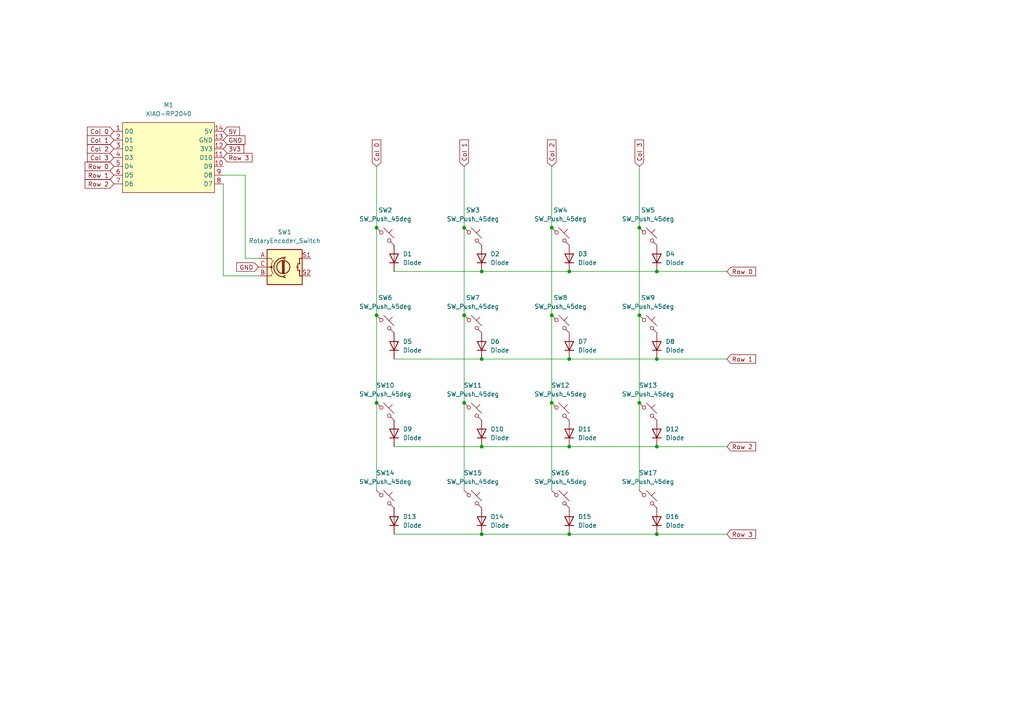
<source format=kicad_sch>
(kicad_sch (version 20231120) (generator "eeschema") (generator_version "8.0")
  (paper "A4")
  (lib_symbols
    (symbol "Device:RotaryEncoder_Switch" (pin_names (offset 0.254) hide)
      (property "Reference" "SW" (at 0 6.604 0))
      (property "Value" "RotaryEncoder_Switch" (at 0 -6.604 0))
      (symbol "RotaryEncoder_Switch_0_1"
        (rectangle (start -5.08 5.08) (end 5.08 -5.08) (stroke (width 0.254)) (fill (type background)))
        (circle (center -3.81 0) (radius 0.254) (fill (type outline)))
        (circle (center -0.381 0) (radius 1.905) (stroke (width 0.254)))
        (arc (start -0.381 2.667) (mid -3.0988 -0.0635) (end -0.381 -2.794) (stroke (width 0.254)))
        (polyline (pts (xy -0.635 -1.778) (xy -0.635 1.778)) (stroke (width 0.254)))
        (polyline (pts (xy -0.381 -1.778) (xy -0.381 1.778)) (stroke (width 0.254)))
        (polyline (pts (xy -0.127 1.778) (xy -0.127 -1.778)) (stroke (width 0.254)))
        (polyline (pts (xy 3.81 0) (xy 3.429 0)) (stroke (width 0.254)))
        (polyline (pts (xy 3.81 1.016) (xy 3.81 -1.016)) (stroke (width 0.254)))
        (polyline (pts (xy -5.08 -2.54) (xy -3.81 -2.54) (xy -3.81 -2.032)))
        (polyline (pts (xy -5.08 2.54) (xy -3.81 2.54) (xy -3.81 2.032)))
        (polyline (pts (xy 0.254 -3.048) (xy -0.508 -2.794) (xy 0.127 -2.413)) (stroke (width 0.254)))
        (polyline (pts (xy 0.254 2.921) (xy -0.508 2.667) (xy 0.127 2.286)) (stroke (width 0.254)))
        (polyline (pts (xy 5.08 -2.54) (xy 4.318 -2.54) (xy 4.318 -1.016)) (stroke (width 0.254)))
        (polyline (pts (xy 5.08 2.54) (xy 4.318 2.54) (xy 4.318 1.016)) (stroke (width 0.254)))
        (polyline (pts (xy -5.08 0) (xy -3.81 0) (xy -3.81 -1.016) (xy -3.302 -2.032)))
        (polyline (pts (xy -4.318 0) (xy -3.81 0) (xy -3.81 1.016) (xy -3.302 2.032)))
        (circle (center 4.318 -1.016) (radius 0.127) (stroke (width 0.254)))
        (circle (center 4.318 1.016) (radius 0.127) (stroke (width 0.254)))
      )
      (symbol "RotaryEncoder_Switch_1_1"
        (pin passive line (at -7.62 2.54 0) (length 2.54) (name "A") (number "A"))
        (pin passive line (at -7.62 -2.54 0) (length 2.54) (name "B") (number "B"))
        (pin passive line (at -7.62 0 0) (length 2.54) (name "C") (number "C"))
        (pin passive line (at 7.62 2.54 180) (length 2.54) (name "S1") (number "S1"))
        (pin passive line (at 7.62 -2.54 180) (length 2.54) (name "S2") (number "S2"))
      )
    )
    (symbol "ScottoKeebs:Placeholder_Diode" (pin_numbers hide) (pin_names hide)
      (property "Reference" "D" (at 0 2.54 0))
      (property "Value" "Diode" (at 0 -2.54 0))
      (symbol "Placeholder_Diode_0_1"
        (polyline (pts (xy -1.27 1.27) (xy -1.27 -1.27)) (stroke (width 0.254)))
        (polyline (pts (xy 1.27 0) (xy -1.27 0)))
        (polyline (pts (xy 1.27 1.27) (xy 1.27 -1.27) (xy -1.27 0) (xy 1.27 1.27)) (stroke (width 0.254)))
      )
      (symbol "Placeholder_Diode_1_1"
        (pin passive line (at -3.81 0 0) (length 2.54) (name "K") (number "1"))
        (pin passive line (at 3.81 0 180) (length 2.54) (name "A") (number "2"))
      )
    )
    (symbol "Switch:SW_Push_45deg" (pin_numbers hide) (pin_names (offset 1.016) hide)
      (property "Reference" "SW" (at 3.048 1.016 0))
      (property "Value" "SW_Push_45deg" (at 0 -3.81 0))
      (symbol "SW_Push_45deg_0_1"
        (circle (center -1.1684 1.1684) (radius 0.508))
        (polyline (pts (xy -0.508 2.54) (xy 2.54 -0.508)))
        (polyline (pts (xy 1.016 1.016) (xy 2.032 2.032)))
        (polyline (pts (xy -2.54 2.54) (xy -1.524 1.524) (xy -1.524 1.524)))
        (polyline (pts (xy 1.524 -1.524) (xy 2.54 -2.54) (xy 2.54 -2.54) (xy 2.54 -2.54)))
        (circle (center 1.143 -1.1938) (radius 0.508))
        (pin passive line (at -2.54 2.54 0) (length 0) (name "1") (number "1"))
        (pin passive line (at 2.54 -2.54 180) (length 0) (name "2") (number "2"))
      )
    )
    (symbol "xiao-rp2040:XIAO-RP2040"
      (property "Reference" "M" (at 0 0 0))
      (property "Value" "XIAO-RP2040" (at 0 2.54 0))
      (symbol "XIAO-RP2040_0_1"
        (rectangle (start -12.7 10.16) (end 13.97 -10.16) (fill (type background)))
      )
      (symbol "XIAO-RP2040_1_1"
        (pin bidirectional line (at -15.24 7.62 0) (length 2.54) (name "D0") (number "1"))
        (pin bidirectional line (at 16.51 -2.54 180) (length 2.54) (name "D9") (number "10"))
        (pin bidirectional line (at 16.51 0 180) (length 2.54) (name "D10") (number "11"))
        (pin power_in line (at 16.51 2.54 180) (length 2.54) (name "3V3") (number "12"))
        (pin power_in line (at 16.51 5.08 180) (length 2.54) (name "GND") (number "13"))
        (pin power_in line (at 16.51 7.62 180) (length 2.54) (name "5V") (number "14"))
        (pin bidirectional line (at -15.24 5.08 0) (length 2.54) (name "D1") (number "2"))
        (pin bidirectional line (at -15.24 2.54 0) (length 2.54) (name "D2") (number "3"))
        (pin bidirectional line (at -15.24 0 0) (length 2.54) (name "D3") (number "4"))
        (pin bidirectional line (at -15.24 -2.54 0) (length 2.54) (name "D4") (number "5"))
        (pin bidirectional line (at -15.24 -5.08 0) (length 2.54) (name "D5") (number "6"))
        (pin bidirectional line (at -15.24 -7.62 0) (length 2.54) (name "D6") (number "7"))
        (pin bidirectional line (at 16.51 -7.62 180) (length 2.54) (name "D7") (number "8"))
        (pin bidirectional line (at 16.51 -5.08 180) (length 2.54) (name "D8") (number "9"))
      )
    )
  )
  (junction (at 165.1 154.94))
  (junction (at 185.42 66.04))
  (junction (at 134.62 66.04))
  (junction (at 109.22 66.04))
  (junction (at 185.42 116.84))
  (junction (at 134.62 91.44))
  (junction (at 109.22 91.44))
  (junction (at 139.7 104.14))
  (junction (at 139.7 154.94))
  (junction (at 160.02 91.44))
  (junction (at 190.5 104.14))
  (junction (at 165.1 78.74))
  (junction (at 190.5 154.94))
  (junction (at 165.1 104.14))
  (junction (at 139.7 78.74))
  (junction (at 190.5 78.74))
  (junction (at 134.62 116.84))
  (junction (at 185.42 91.44))
  (junction (at 190.5 129.54))
  (junction (at 165.1 129.54))
  (junction (at 139.7 129.54))
  (junction (at 160.02 116.84))
  (junction (at 160.02 66.04))
  (junction (at 109.22 116.84))
  (wire (pts (xy 165.1 104.14) (xy 190.5 104.14)))
  (wire (pts (xy 185.42 48.26) (xy 185.42 66.04)))
  (wire (pts (xy 139.7 104.14) (xy 165.1 104.14)))
  (wire (pts (xy 165.1 129.54) (xy 190.5 129.54)))
  (wire (pts (xy 134.62 91.44) (xy 134.62 116.84)))
  (wire (pts (xy 210.82 129.54) (xy 190.5 129.54)))
  (wire (pts (xy 139.7 129.54) (xy 165.1 129.54)))
  (wire (pts (xy 165.1 78.74) (xy 190.5 78.74)))
  (wire (pts (xy 109.22 66.04) (xy 109.22 91.44)))
  (wire (pts (xy 160.02 91.44) (xy 160.02 116.84)))
  (wire (pts (xy 165.1 154.94) (xy 190.5 154.94)))
  (wire (pts (xy 134.62 116.84) (xy 134.62 142.24)))
  (wire (pts (xy 160.02 48.26) (xy 160.02 66.04)))
  (wire (pts (xy 185.42 91.44) (xy 185.42 116.84)))
  (wire (pts (xy 114.3 104.14) (xy 139.7 104.14)))
  (wire (pts (xy 160.02 116.84) (xy 160.02 142.24)))
  (wire (pts (xy 114.3 129.54) (xy 139.7 129.54)))
  (wire (pts (xy 210.82 78.74) (xy 190.5 78.74)))
  (wire (pts (xy 64.77 80.01) (xy 74.93 80.01)))
  (wire (pts (xy 139.7 78.74) (xy 165.1 78.74)))
  (wire (pts (xy 64.77 53.34) (xy 64.77 80.01)))
  (wire (pts (xy 64.77 50.8) (xy 71.12 50.8)))
  (wire (pts (xy 210.82 154.94) (xy 190.5 154.94)))
  (wire (pts (xy 134.62 48.26) (xy 134.62 66.04)))
  (wire (pts (xy 109.22 48.26) (xy 109.22 66.04)))
  (wire (pts (xy 134.62 66.04) (xy 134.62 91.44)))
  (wire (pts (xy 139.7 154.94) (xy 165.1 154.94)))
  (wire (pts (xy 71.12 74.93) (xy 74.93 74.93)))
  (wire (pts (xy 114.3 154.94) (xy 139.7 154.94)))
  (wire (pts (xy 109.22 91.44) (xy 109.22 116.84)))
  (wire (pts (xy 109.22 116.84) (xy 109.22 142.24)))
  (wire (pts (xy 71.12 50.8) (xy 71.12 74.93)))
  (wire (pts (xy 160.02 66.04) (xy 160.02 91.44)))
  (wire (pts (xy 185.42 66.04) (xy 185.42 91.44)))
  (wire (pts (xy 210.82 104.14) (xy 190.5 104.14)))
  (wire (pts (xy 114.3 78.74) (xy 139.7 78.74)))
  (wire (pts (xy 185.42 116.84) (xy 185.42 142.24)))
  (global_label "3V3" (shape input) (at 64.77 43.18 0) (property "Intersheetrefs" "${INTERSHEET_REFS}" (effects (hide yes))))
  (global_label "Row 0" (shape input) (at 210.82 78.74 0) (property "Intersheetrefs" "${INTERSHEET_REFS}" (effects (hide yes))))
  (global_label "5V" (shape input) (at 64.77 38.1 0) (property "Intersheetrefs" "${INTERSHEET_REFS}" (effects (hide yes))))
  (global_label "Row 1" (shape input) (at 210.82 104.14 0) (property "Intersheetrefs" "${INTERSHEET_REFS}" (effects (hide yes))))
  (global_label "Row 2" (shape input) (at 210.82 129.54 0) (property "Intersheetrefs" "${INTERSHEET_REFS}" (effects (hide yes))))
  (global_label "Row 3" (shape input) (at 64.77 45.72 0) (property "Intersheetrefs" "${INTERSHEET_REFS}" (effects (hide yes))))
  (global_label "GND" (shape input) (at 74.93 77.47 180) (property "Intersheetrefs" "${INTERSHEET_REFS}" (effects (hide yes))))
  (global_label "Col 0" (shape input) (at 109.22 48.26 90) (property "Intersheetrefs" "${INTERSHEET_REFS}" (effects (hide yes))))
  (global_label "Col 1" (shape input) (at 134.62 48.26 90) (property "Intersheetrefs" "${INTERSHEET_REFS}" (effects (hide yes))))
  (global_label "GND" (shape input) (at 64.77 40.64 0) (property "Intersheetrefs" "${INTERSHEET_REFS}" (effects (hide yes))))
  (global_label "Col 1" (shape input) (at 33.02 40.64 180) (property "Intersheetrefs" "${INTERSHEET_REFS}" (effects (hide yes))))
  (global_label "Col 2" (shape input) (at 160.02 48.26 90) (property "Intersheetrefs" "${INTERSHEET_REFS}" (effects (hide yes))))
  (global_label "Row 3" (shape input) (at 210.82 154.94 0) (property "Intersheetrefs" "${INTERSHEET_REFS}" (effects (hide yes))))
  (global_label "Col 3" (shape input) (at 185.42 48.26 90) (property "Intersheetrefs" "${INTERSHEET_REFS}" (effects (hide yes))))
  (global_label "Row 2" (shape input) (at 33.02 53.34 180) (property "Intersheetrefs" "${INTERSHEET_REFS}" (effects (hide yes))))
  (global_label "Col 3" (shape input) (at 33.02 45.72 180) (property "Intersheetrefs" "${INTERSHEET_REFS}" (effects (hide yes))))
  (global_label "Col 2" (shape input) (at 33.02 43.18 180) (property "Intersheetrefs" "${INTERSHEET_REFS}" (effects (hide yes))))
  (global_label "Row 0" (shape input) (at 33.02 48.26 180) (property "Intersheetrefs" "${INTERSHEET_REFS}" (effects (hide yes))))
  (global_label "Col 0" (shape input) (at 33.02 38.1 180) (property "Intersheetrefs" "${INTERSHEET_REFS}" (effects (hide yes))))
  (global_label "Row 1" (shape input) (at 33.02 50.8 180) (property "Intersheetrefs" "${INTERSHEET_REFS}" (effects (hide yes))))
  (symbol (lib_id "Switch:SW_Push_45deg") (at 187.96 119.38 0) (unit 1)
    (property "Reference" "SW13" (at 187.96 111.76 0))
    (property "Value" "SW_Push_45deg" (at 187.96 114.3 0))
    (property "Footprint" "ScottoKeebs_MX:MX_PCB_1.00u" (effects (hide yes)))
    (property "Description" "Push button switch, normally open, two pins, 45° tilted" (effects (hide yes)))
  )
  (symbol (lib_id "xiao-rp2040:XIAO-RP2040") (at 48.26 45.72 0) (unit 1)
    (property "Reference" "M1" (at 48.895 30.48 0))
    (property "Value" "XIAO-RP2040" (at 48.895 33.02 0))
    (property "Footprint" "ScottoKeebs_MCU:Seeed_XIAO_RP2040" (effects (hide yes)))
  )
  (symbol (lib_id "ScottoKeebs:Placeholder_Diode") (at 190.5 100.33 90) (unit 1)
    (property "Reference" "D8" (at 193.04 99.0599 90) (effects (justify right)))
    (property "Value" "Diode" (at 193.04 101.5999 90) (effects (justify right)))
    (property "Footprint" "Diode_THT:D_DO-35_SOD27_P7.62mm_Horizontal" (effects (hide yes)))
    (property "Description" "1N4148 (DO-35) or 1N4148W (SOD-123)" (effects (hide yes)))
    (property "Sim.Device" "D" (effects (hide yes)))
    (property "Sim.Pins" "1=K 2=A" (effects (hide yes)))
  )
  (symbol (lib_id "ScottoKeebs:Placeholder_Diode") (at 165.1 151.13 90) (unit 1)
    (property "Reference" "D15" (at 167.64 149.8599 90) (effects (justify right)))
    (property "Value" "Diode" (at 167.64 152.3999 90) (effects (justify right)))
    (property "Footprint" "Diode_THT:D_DO-35_SOD27_P7.62mm_Horizontal" (effects (hide yes)))
    (property "Description" "1N4148 (DO-35) or 1N4148W (SOD-123)" (effects (hide yes)))
    (property "Sim.Device" "D" (effects (hide yes)))
    (property "Sim.Pins" "1=K 2=A" (effects (hide yes)))
  )
  (symbol (lib_id "Switch:SW_Push_45deg") (at 187.96 68.58 0) (unit 1)
    (property "Reference" "SW5" (at 187.96 60.96 0))
    (property "Value" "SW_Push_45deg" (at 187.96 63.5 0))
    (property "Footprint" "ScottoKeebs_MX:MX_PCB_1.00u" (effects (hide yes)))
    (property "Description" "Push button switch, normally open, two pins, 45° tilted" (effects (hide yes)))
  )
  (symbol (lib_id "Switch:SW_Push_45deg") (at 111.76 144.78 0) (unit 1)
    (property "Reference" "SW14" (at 111.76 137.16 0))
    (property "Value" "SW_Push_45deg" (at 111.76 139.7 0))
    (property "Footprint" "ScottoKeebs_MX:MX_PCB_1.00u" (effects (hide yes)))
    (property "Description" "Push button switch, normally open, two pins, 45° tilted" (effects (hide yes)))
  )
  (symbol (lib_id "Switch:SW_Push_45deg") (at 137.16 144.78 0) (unit 1)
    (property "Reference" "SW15" (at 137.16 137.16 0))
    (property "Value" "SW_Push_45deg" (at 137.16 139.7 0))
    (property "Footprint" "ScottoKeebs_MX:MX_PCB_1.00u" (effects (hide yes)))
    (property "Description" "Push button switch, normally open, two pins, 45° tilted" (effects (hide yes)))
  )
  (symbol (lib_id "ScottoKeebs:Placeholder_Diode") (at 190.5 125.73 90) (unit 1)
    (property "Reference" "D12" (at 193.04 124.4599 90) (effects (justify right)))
    (property "Value" "Diode" (at 193.04 126.9999 90) (effects (justify right)))
    (property "Footprint" "Diode_THT:D_DO-35_SOD27_P7.62mm_Horizontal" (effects (hide yes)))
    (property "Description" "1N4148 (DO-35) or 1N4148W (SOD-123)" (effects (hide yes)))
    (property "Sim.Device" "D" (effects (hide yes)))
    (property "Sim.Pins" "1=K 2=A" (effects (hide yes)))
  )
  (symbol (lib_id "Switch:SW_Push_45deg") (at 111.76 68.58 0) (unit 1)
    (property "Reference" "SW2" (at 111.76 60.96 0))
    (property "Value" "SW_Push_45deg" (at 111.76 63.5 0))
    (property "Footprint" "ScottoKeebs_MX:MX_PCB_1.00u" (effects (hide yes)))
    (property "Description" "Push button switch, normally open, two pins, 45° tilted" (effects (hide yes)))
  )
  (symbol (lib_id "Switch:SW_Push_45deg") (at 162.56 144.78 0) (unit 1)
    (property "Reference" "SW16" (at 162.56 137.16 0))
    (property "Value" "SW_Push_45deg" (at 162.56 139.7 0))
    (property "Footprint" "ScottoKeebs_MX:MX_PCB_1.00u" (effects (hide yes)))
    (property "Description" "Push button switch, normally open, two pins, 45° tilted" (effects (hide yes)))
  )
  (symbol (lib_id "ScottoKeebs:Placeholder_Diode") (at 165.1 125.73 90) (unit 1)
    (property "Reference" "D11" (at 167.64 124.4599 90) (effects (justify right)))
    (property "Value" "Diode" (at 167.64 126.9999 90) (effects (justify right)))
    (property "Footprint" "Diode_THT:D_DO-35_SOD27_P7.62mm_Horizontal" (effects (hide yes)))
    (property "Description" "1N4148 (DO-35) or 1N4148W (SOD-123)" (effects (hide yes)))
    (property "Sim.Device" "D" (effects (hide yes)))
    (property "Sim.Pins" "1=K 2=A" (effects (hide yes)))
  )
  (symbol (lib_id "ScottoKeebs:Placeholder_Diode") (at 165.1 100.33 90) (unit 1)
    (property "Reference" "D7" (at 167.64 99.0599 90) (effects (justify right)))
    (property "Value" "Diode" (at 167.64 101.5999 90) (effects (justify right)))
    (property "Footprint" "Diode_THT:D_DO-35_SOD27_P7.62mm_Horizontal" (effects (hide yes)))
    (property "Description" "1N4148 (DO-35) or 1N4148W (SOD-123)" (effects (hide yes)))
    (property "Sim.Device" "D" (effects (hide yes)))
    (property "Sim.Pins" "1=K 2=A" (effects (hide yes)))
  )
  (symbol (lib_id "ScottoKeebs:Placeholder_Diode") (at 165.1 74.93 90) (unit 1)
    (property "Reference" "D3" (at 167.64 73.6599 90) (effects (justify right)))
    (property "Value" "Diode" (at 167.64 76.1999 90) (effects (justify right)))
    (property "Footprint" "Diode_THT:D_DO-35_SOD27_P7.62mm_Horizontal" (effects (hide yes)))
    (property "Description" "1N4148 (DO-35) or 1N4148W (SOD-123)" (effects (hide yes)))
    (property "Sim.Device" "D" (effects (hide yes)))
    (property "Sim.Pins" "1=K 2=A" (effects (hide yes)))
  )
  (symbol (lib_id "ScottoKeebs:Placeholder_Diode") (at 139.7 100.33 90) (unit 1)
    (property "Reference" "D6" (at 142.24 99.0599 90) (effects (justify right)))
    (property "Value" "Diode" (at 142.24 101.5999 90) (effects (justify right)))
    (property "Footprint" "Diode_THT:D_DO-35_SOD27_P7.62mm_Horizontal" (effects (hide yes)))
    (property "Description" "1N4148 (DO-35) or 1N4148W (SOD-123)" (effects (hide yes)))
    (property "Sim.Device" "D" (effects (hide yes)))
    (property "Sim.Pins" "1=K 2=A" (effects (hide yes)))
  )
  (symbol (lib_id "ScottoKeebs:Placeholder_Diode") (at 190.5 74.93 90) (unit 1)
    (property "Reference" "D4" (at 193.04 73.6599 90) (effects (justify right)))
    (property "Value" "Diode" (at 193.04 76.1999 90) (effects (justify right)))
    (property "Footprint" "Diode_THT:D_DO-35_SOD27_P7.62mm_Horizontal" (effects (hide yes)))
    (property "Description" "1N4148 (DO-35) or 1N4148W (SOD-123)" (effects (hide yes)))
    (property "Sim.Device" "D" (effects (hide yes)))
    (property "Sim.Pins" "1=K 2=A" (effects (hide yes)))
  )
  (symbol (lib_id "ScottoKeebs:Placeholder_Diode") (at 190.5 151.13 90) (unit 1)
    (property "Reference" "D16" (at 193.04 149.8599 90) (effects (justify right)))
    (property "Value" "Diode" (at 193.04 152.3999 90) (effects (justify right)))
    (property "Footprint" "Diode_THT:D_DO-35_SOD27_P7.62mm_Horizontal" (effects (hide yes)))
    (property "Description" "1N4148 (DO-35) or 1N4148W (SOD-123)" (effects (hide yes)))
    (property "Sim.Device" "D" (effects (hide yes)))
    (property "Sim.Pins" "1=K 2=A" (effects (hide yes)))
  )
  (symbol (lib_id "Device:RotaryEncoder_Switch") (at 82.55 77.47 0) (unit 1)
    (property "Reference" "SW1" (at 82.55 67.31 0))
    (property "Value" "RotaryEncoder_Switch" (at 82.55 69.85 0))
    (property "Footprint" "Rotary_Encoder:RotaryEncoder_Alps_EC11E-Switch_Vertical_H20mm" (effects (hide yes)))
    (property "Description" "Rotary encoder, dual channel, incremental quadrate outputs, with switch" (effects (hide yes)))
  )
  (symbol (lib_id "Switch:SW_Push_45deg") (at 162.56 68.58 0) (unit 1)
    (property "Reference" "SW4" (at 162.56 60.96 0))
    (property "Value" "SW_Push_45deg" (at 162.56 63.5 0))
    (property "Footprint" "ScottoKeebs_MX:MX_PCB_1.00u" (effects (hide yes)))
    (property "Description" "Push button switch, normally open, two pins, 45° tilted" (effects (hide yes)))
  )
  (symbol (lib_id "Switch:SW_Push_45deg") (at 187.96 144.78 0) (unit 1)
    (property "Reference" "SW17" (at 187.96 137.16 0))
    (property "Value" "SW_Push_45deg" (at 187.96 139.7 0))
    (property "Footprint" "ScottoKeebs_MX:MX_PCB_1.00u" (effects (hide yes)))
    (property "Description" "Push button switch, normally open, two pins, 45° tilted" (effects (hide yes)))
  )
  (symbol (lib_id "ScottoKeebs:Placeholder_Diode") (at 114.3 74.93 90) (unit 1)
    (property "Reference" "D1" (at 116.84 73.6599 90) (effects (justify right)))
    (property "Value" "Diode" (at 116.84 76.1999 90) (effects (justify right)))
    (property "Footprint" "Diode_THT:D_DO-35_SOD27_P7.62mm_Horizontal" (effects (hide yes)))
    (property "Description" "1N4148 (DO-35) or 1N4148W (SOD-123)" (effects (hide yes)))
    (property "Sim.Device" "D" (effects (hide yes)))
    (property "Sim.Pins" "1=K 2=A" (effects (hide yes)))
  )
  (symbol (lib_id "ScottoKeebs:Placeholder_Diode") (at 139.7 74.93 90) (unit 1)
    (property "Reference" "D2" (at 142.24 73.6599 90) (effects (justify right)))
    (property "Value" "Diode" (at 142.24 76.1999 90) (effects (justify right)))
    (property "Footprint" "Diode_THT:D_DO-35_SOD27_P7.62mm_Horizontal" (effects (hide yes)))
    (property "Description" "1N4148 (DO-35) or 1N4148W (SOD-123)" (effects (hide yes)))
    (property "Sim.Device" "D" (effects (hide yes)))
    (property "Sim.Pins" "1=K 2=A" (effects (hide yes)))
  )
  (symbol (lib_id "ScottoKeebs:Placeholder_Diode") (at 114.3 151.13 90) (unit 1)
    (property "Reference" "D13" (at 116.84 149.8599 90) (effects (justify right)))
    (property "Value" "Diode" (at 116.84 152.3999 90) (effects (justify right)))
    (property "Footprint" "Diode_THT:D_DO-35_SOD27_P7.62mm_Horizontal" (effects (hide yes)))
    (property "Description" "1N4148 (DO-35) or 1N4148W (SOD-123)" (effects (hide yes)))
    (property "Sim.Device" "D" (effects (hide yes)))
    (property "Sim.Pins" "1=K 2=A" (effects (hide yes)))
  )
  (symbol (lib_id "Switch:SW_Push_45deg") (at 137.16 119.38 0) (unit 1)
    (property "Reference" "SW11" (at 137.16 111.76 0))
    (property "Value" "SW_Push_45deg" (at 137.16 114.3 0))
    (property "Footprint" "ScottoKeebs_MX:MX_PCB_1.00u" (effects (hide yes)))
    (property "Description" "Push button switch, normally open, two pins, 45° tilted" (effects (hide yes)))
  )
  (symbol (lib_id "ScottoKeebs:Placeholder_Diode") (at 114.3 125.73 90) (unit 1)
    (property "Reference" "D9" (at 116.84 124.4599 90) (effects (justify right)))
    (property "Value" "Diode" (at 116.84 126.9999 90) (effects (justify right)))
    (property "Footprint" "Diode_THT:D_DO-35_SOD27_P7.62mm_Horizontal" (effects (hide yes)))
    (property "Description" "1N4148 (DO-35) or 1N4148W (SOD-123)" (effects (hide yes)))
    (property "Sim.Device" "D" (effects (hide yes)))
    (property "Sim.Pins" "1=K 2=A" (effects (hide yes)))
  )
  (symbol (lib_id "ScottoKeebs:Placeholder_Diode") (at 114.3 100.33 90) (unit 1)
    (property "Reference" "D5" (at 116.84 99.0599 90) (effects (justify right)))
    (property "Value" "Diode" (at 116.84 101.5999 90) (effects (justify right)))
    (property "Footprint" "Diode_THT:D_DO-35_SOD27_P7.62mm_Horizontal" (effects (hide yes)))
    (property "Description" "1N4148 (DO-35) or 1N4148W (SOD-123)" (effects (hide yes)))
    (property "Sim.Device" "D" (effects (hide yes)))
    (property "Sim.Pins" "1=K 2=A" (effects (hide yes)))
  )
  (symbol (lib_id "Switch:SW_Push_45deg") (at 162.56 93.98 0) (unit 1)
    (property "Reference" "SW8" (at 162.56 86.36 0))
    (property "Value" "SW_Push_45deg" (at 162.56 88.9 0))
    (property "Footprint" "ScottoKeebs_MX:MX_PCB_1.00u" (effects (hide yes)))
    (property "Description" "Push button switch, normally open, two pins, 45° tilted" (effects (hide yes)))
  )
  (symbol (lib_id "Switch:SW_Push_45deg") (at 137.16 68.58 0) (unit 1)
    (property "Reference" "SW3" (at 137.16 60.96 0))
    (property "Value" "SW_Push_45deg" (at 137.16 63.5 0))
    (property "Footprint" "ScottoKeebs_MX:MX_PCB_1.00u" (effects (hide yes)))
    (property "Description" "Push button switch, normally open, two pins, 45° tilted" (effects (hide yes)))
  )
  (symbol (lib_id "Switch:SW_Push_45deg") (at 137.16 93.98 0) (unit 1)
    (property "Reference" "SW7" (at 137.16 86.36 0))
    (property "Value" "SW_Push_45deg" (at 137.16 88.9 0))
    (property "Footprint" "ScottoKeebs_MX:MX_PCB_1.00u" (effects (hide yes)))
    (property "Description" "Push button switch, normally open, two pins, 45° tilted" (effects (hide yes)))
  )
  (symbol (lib_id "Switch:SW_Push_45deg") (at 187.96 93.98 0) (unit 1)
    (property "Reference" "SW9" (at 187.96 86.36 0))
    (property "Value" "SW_Push_45deg" (at 187.96 88.9 0))
    (property "Footprint" "ScottoKeebs_MX:MX_PCB_1.00u" (effects (hide yes)))
    (property "Description" "Push button switch, normally open, two pins, 45° tilted" (effects (hide yes)))
  )
  (symbol (lib_id "Switch:SW_Push_45deg") (at 111.76 119.38 0) (unit 1)
    (property "Reference" "SW10" (at 111.76 111.76 0))
    (property "Value" "SW_Push_45deg" (at 111.76 114.3 0))
    (property "Footprint" "ScottoKeebs_MX:MX_PCB_1.00u" (effects (hide yes)))
    (property "Description" "Push button switch, normally open, two pins, 45° tilted" (effects (hide yes)))
  )
  (symbol (lib_id "ScottoKeebs:Placeholder_Diode") (at 139.7 125.73 90) (unit 1)
    (property "Reference" "D10" (at 142.24 124.4599 90) (effects (justify right)))
    (property "Value" "Diode" (at 142.24 126.9999 90) (effects (justify right)))
    (property "Footprint" "Diode_THT:D_DO-35_SOD27_P7.62mm_Horizontal" (effects (hide yes)))
    (property "Description" "1N4148 (DO-35) or 1N4148W (SOD-123)" (effects (hide yes)))
    (property "Sim.Device" "D" (effects (hide yes)))
    (property "Sim.Pins" "1=K 2=A" (effects (hide yes)))
  )
  (symbol (lib_id "ScottoKeebs:Placeholder_Diode") (at 139.7 151.13 90) (unit 1)
    (property "Reference" "D14" (at 142.24 149.8599 90) (effects (justify right)))
    (property "Value" "Diode" (at 142.24 152.3999 90) (effects (justify right)))
    (property "Footprint" "Diode_THT:D_DO-35_SOD27_P7.62mm_Horizontal" (effects (hide yes)))
    (property "Description" "1N4148 (DO-35) or 1N4148W (SOD-123)" (effects (hide yes)))
    (property "Sim.Device" "D" (effects (hide yes)))
    (property "Sim.Pins" "1=K 2=A" (effects (hide yes)))
  )
  (symbol (lib_id "Switch:SW_Push_45deg") (at 162.56 119.38 0) (unit 1)
    (property "Reference" "SW12" (at 162.56 111.76 0))
    (property "Value" "SW_Push_45deg" (at 162.56 114.3 0))
    (property "Footprint" "ScottoKeebs_MX:MX_PCB_1.00u" (effects (hide yes)))
    (property "Description" "Push button switch, normally open, two pins, 45° tilted" (effects (hide yes)))
  )
  (symbol (lib_id "Switch:SW_Push_45deg") (at 111.76 93.98 0) (unit 1)
    (property "Reference" "SW6" (at 111.76 86.36 0))
    (property "Value" "SW_Push_45deg" (at 111.76 88.9 0))
    (property "Footprint" "ScottoKeebs_MX:MX_PCB_1.00u" (effects (hide yes)))
    (property "Description" "Push button switch, normally open, two pins, 45° tilted" (effects (hide yes)))
  )
)
</source>
